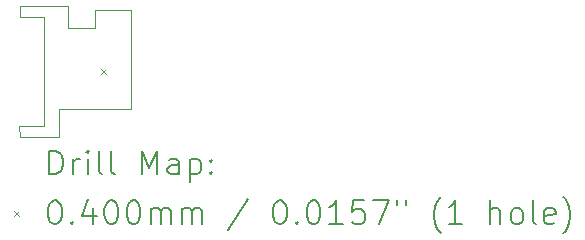
<source format=gbr>
%TF.GenerationSoftware,KiCad,Pcbnew,(6.0.8)*%
%TF.CreationDate,2022-11-07T05:49:55-05:00*%
%TF.ProjectId,2-input-or-gate,322d696e-7075-4742-9d6f-722d67617465,rev?*%
%TF.SameCoordinates,Original*%
%TF.FileFunction,Drillmap*%
%TF.FilePolarity,Positive*%
%FSLAX45Y45*%
G04 Gerber Fmt 4.5, Leading zero omitted, Abs format (unit mm)*
G04 Created by KiCad (PCBNEW (6.0.8)) date 2022-11-07 05:49:55*
%MOMM*%
%LPD*%
G01*
G04 APERTURE LIST*
%ADD10C,0.100000*%
%ADD11C,0.200000*%
%ADD12C,0.040000*%
G04 APERTURE END LIST*
D10*
X14552000Y-10246000D02*
X14220300Y-10245000D01*
X14859000Y-9321800D02*
X14859000Y-9169400D01*
X15163800Y-9169400D02*
X15163800Y-10007600D01*
X14630400Y-9321800D02*
X14859000Y-9321800D01*
X14630400Y-9139000D02*
X14630400Y-9321800D01*
X15163800Y-10007600D02*
X14554200Y-10007600D01*
X14220000Y-9138000D02*
X14630400Y-9139000D01*
X14554200Y-10007600D02*
X14555000Y-10242000D01*
X14430000Y-10150000D02*
X14430000Y-9230000D01*
X14430000Y-9230000D02*
X14220000Y-9230000D01*
X14219700Y-10150000D02*
X14430000Y-10150000D01*
X14859000Y-9169400D02*
X15163800Y-9169400D01*
X14220300Y-10245000D02*
X14219700Y-10150000D01*
X14220000Y-9230000D02*
X14220000Y-9140000D01*
D11*
D12*
X14910000Y-9670000D02*
X14950000Y-9710000D01*
X14950000Y-9670000D02*
X14910000Y-9710000D01*
D11*
X14472319Y-10561476D02*
X14472319Y-10361476D01*
X14519938Y-10361476D01*
X14548509Y-10371000D01*
X14567557Y-10390048D01*
X14577081Y-10409095D01*
X14586605Y-10447190D01*
X14586605Y-10475762D01*
X14577081Y-10513857D01*
X14567557Y-10532905D01*
X14548509Y-10551952D01*
X14519938Y-10561476D01*
X14472319Y-10561476D01*
X14672319Y-10561476D02*
X14672319Y-10428143D01*
X14672319Y-10466238D02*
X14681843Y-10447190D01*
X14691367Y-10437667D01*
X14710414Y-10428143D01*
X14729462Y-10428143D01*
X14796128Y-10561476D02*
X14796128Y-10428143D01*
X14796128Y-10361476D02*
X14786605Y-10371000D01*
X14796128Y-10380524D01*
X14805652Y-10371000D01*
X14796128Y-10361476D01*
X14796128Y-10380524D01*
X14919938Y-10561476D02*
X14900890Y-10551952D01*
X14891367Y-10532905D01*
X14891367Y-10361476D01*
X15024700Y-10561476D02*
X15005652Y-10551952D01*
X14996128Y-10532905D01*
X14996128Y-10361476D01*
X15253271Y-10561476D02*
X15253271Y-10361476D01*
X15319938Y-10504333D01*
X15386605Y-10361476D01*
X15386605Y-10561476D01*
X15567557Y-10561476D02*
X15567557Y-10456714D01*
X15558033Y-10437667D01*
X15538986Y-10428143D01*
X15500890Y-10428143D01*
X15481843Y-10437667D01*
X15567557Y-10551952D02*
X15548509Y-10561476D01*
X15500890Y-10561476D01*
X15481843Y-10551952D01*
X15472319Y-10532905D01*
X15472319Y-10513857D01*
X15481843Y-10494810D01*
X15500890Y-10485286D01*
X15548509Y-10485286D01*
X15567557Y-10475762D01*
X15662795Y-10428143D02*
X15662795Y-10628143D01*
X15662795Y-10437667D02*
X15681843Y-10428143D01*
X15719938Y-10428143D01*
X15738986Y-10437667D01*
X15748509Y-10447190D01*
X15758033Y-10466238D01*
X15758033Y-10523381D01*
X15748509Y-10542429D01*
X15738986Y-10551952D01*
X15719938Y-10561476D01*
X15681843Y-10561476D01*
X15662795Y-10551952D01*
X15843748Y-10542429D02*
X15853271Y-10551952D01*
X15843748Y-10561476D01*
X15834224Y-10551952D01*
X15843748Y-10542429D01*
X15843748Y-10561476D01*
X15843748Y-10437667D02*
X15853271Y-10447190D01*
X15843748Y-10456714D01*
X15834224Y-10447190D01*
X15843748Y-10437667D01*
X15843748Y-10456714D01*
D12*
X14174700Y-10871000D02*
X14214700Y-10911000D01*
X14214700Y-10871000D02*
X14174700Y-10911000D01*
D11*
X14510414Y-10781476D02*
X14529462Y-10781476D01*
X14548509Y-10791000D01*
X14558033Y-10800524D01*
X14567557Y-10819571D01*
X14577081Y-10857667D01*
X14577081Y-10905286D01*
X14567557Y-10943381D01*
X14558033Y-10962429D01*
X14548509Y-10971952D01*
X14529462Y-10981476D01*
X14510414Y-10981476D01*
X14491367Y-10971952D01*
X14481843Y-10962429D01*
X14472319Y-10943381D01*
X14462795Y-10905286D01*
X14462795Y-10857667D01*
X14472319Y-10819571D01*
X14481843Y-10800524D01*
X14491367Y-10791000D01*
X14510414Y-10781476D01*
X14662795Y-10962429D02*
X14672319Y-10971952D01*
X14662795Y-10981476D01*
X14653271Y-10971952D01*
X14662795Y-10962429D01*
X14662795Y-10981476D01*
X14843748Y-10848143D02*
X14843748Y-10981476D01*
X14796128Y-10771952D02*
X14748509Y-10914810D01*
X14872319Y-10914810D01*
X14986605Y-10781476D02*
X15005652Y-10781476D01*
X15024700Y-10791000D01*
X15034224Y-10800524D01*
X15043748Y-10819571D01*
X15053271Y-10857667D01*
X15053271Y-10905286D01*
X15043748Y-10943381D01*
X15034224Y-10962429D01*
X15024700Y-10971952D01*
X15005652Y-10981476D01*
X14986605Y-10981476D01*
X14967557Y-10971952D01*
X14958033Y-10962429D01*
X14948509Y-10943381D01*
X14938986Y-10905286D01*
X14938986Y-10857667D01*
X14948509Y-10819571D01*
X14958033Y-10800524D01*
X14967557Y-10791000D01*
X14986605Y-10781476D01*
X15177081Y-10781476D02*
X15196128Y-10781476D01*
X15215176Y-10791000D01*
X15224700Y-10800524D01*
X15234224Y-10819571D01*
X15243748Y-10857667D01*
X15243748Y-10905286D01*
X15234224Y-10943381D01*
X15224700Y-10962429D01*
X15215176Y-10971952D01*
X15196128Y-10981476D01*
X15177081Y-10981476D01*
X15158033Y-10971952D01*
X15148509Y-10962429D01*
X15138986Y-10943381D01*
X15129462Y-10905286D01*
X15129462Y-10857667D01*
X15138986Y-10819571D01*
X15148509Y-10800524D01*
X15158033Y-10791000D01*
X15177081Y-10781476D01*
X15329462Y-10981476D02*
X15329462Y-10848143D01*
X15329462Y-10867190D02*
X15338986Y-10857667D01*
X15358033Y-10848143D01*
X15386605Y-10848143D01*
X15405652Y-10857667D01*
X15415176Y-10876714D01*
X15415176Y-10981476D01*
X15415176Y-10876714D02*
X15424700Y-10857667D01*
X15443748Y-10848143D01*
X15472319Y-10848143D01*
X15491367Y-10857667D01*
X15500890Y-10876714D01*
X15500890Y-10981476D01*
X15596128Y-10981476D02*
X15596128Y-10848143D01*
X15596128Y-10867190D02*
X15605652Y-10857667D01*
X15624700Y-10848143D01*
X15653271Y-10848143D01*
X15672319Y-10857667D01*
X15681843Y-10876714D01*
X15681843Y-10981476D01*
X15681843Y-10876714D02*
X15691367Y-10857667D01*
X15710414Y-10848143D01*
X15738986Y-10848143D01*
X15758033Y-10857667D01*
X15767557Y-10876714D01*
X15767557Y-10981476D01*
X16158033Y-10771952D02*
X15986605Y-11029095D01*
X16415176Y-10781476D02*
X16434224Y-10781476D01*
X16453271Y-10791000D01*
X16462795Y-10800524D01*
X16472319Y-10819571D01*
X16481843Y-10857667D01*
X16481843Y-10905286D01*
X16472319Y-10943381D01*
X16462795Y-10962429D01*
X16453271Y-10971952D01*
X16434224Y-10981476D01*
X16415176Y-10981476D01*
X16396128Y-10971952D01*
X16386605Y-10962429D01*
X16377081Y-10943381D01*
X16367557Y-10905286D01*
X16367557Y-10857667D01*
X16377081Y-10819571D01*
X16386605Y-10800524D01*
X16396128Y-10791000D01*
X16415176Y-10781476D01*
X16567557Y-10962429D02*
X16577081Y-10971952D01*
X16567557Y-10981476D01*
X16558033Y-10971952D01*
X16567557Y-10962429D01*
X16567557Y-10981476D01*
X16700890Y-10781476D02*
X16719938Y-10781476D01*
X16738986Y-10791000D01*
X16748509Y-10800524D01*
X16758033Y-10819571D01*
X16767557Y-10857667D01*
X16767557Y-10905286D01*
X16758033Y-10943381D01*
X16748509Y-10962429D01*
X16738986Y-10971952D01*
X16719938Y-10981476D01*
X16700890Y-10981476D01*
X16681843Y-10971952D01*
X16672319Y-10962429D01*
X16662795Y-10943381D01*
X16653271Y-10905286D01*
X16653271Y-10857667D01*
X16662795Y-10819571D01*
X16672319Y-10800524D01*
X16681843Y-10791000D01*
X16700890Y-10781476D01*
X16958033Y-10981476D02*
X16843748Y-10981476D01*
X16900890Y-10981476D02*
X16900890Y-10781476D01*
X16881843Y-10810048D01*
X16862795Y-10829095D01*
X16843748Y-10838619D01*
X17138986Y-10781476D02*
X17043748Y-10781476D01*
X17034224Y-10876714D01*
X17043748Y-10867190D01*
X17062795Y-10857667D01*
X17110414Y-10857667D01*
X17129462Y-10867190D01*
X17138986Y-10876714D01*
X17148510Y-10895762D01*
X17148510Y-10943381D01*
X17138986Y-10962429D01*
X17129462Y-10971952D01*
X17110414Y-10981476D01*
X17062795Y-10981476D01*
X17043748Y-10971952D01*
X17034224Y-10962429D01*
X17215176Y-10781476D02*
X17348510Y-10781476D01*
X17262795Y-10981476D01*
X17415176Y-10781476D02*
X17415176Y-10819571D01*
X17491367Y-10781476D02*
X17491367Y-10819571D01*
X17786605Y-11057667D02*
X17777081Y-11048143D01*
X17758033Y-11019571D01*
X17748510Y-11000524D01*
X17738986Y-10971952D01*
X17729462Y-10924333D01*
X17729462Y-10886238D01*
X17738986Y-10838619D01*
X17748510Y-10810048D01*
X17758033Y-10791000D01*
X17777081Y-10762429D01*
X17786605Y-10752905D01*
X17967557Y-10981476D02*
X17853271Y-10981476D01*
X17910414Y-10981476D02*
X17910414Y-10781476D01*
X17891367Y-10810048D01*
X17872319Y-10829095D01*
X17853271Y-10838619D01*
X18205652Y-10981476D02*
X18205652Y-10781476D01*
X18291367Y-10981476D02*
X18291367Y-10876714D01*
X18281843Y-10857667D01*
X18262795Y-10848143D01*
X18234224Y-10848143D01*
X18215176Y-10857667D01*
X18205652Y-10867190D01*
X18415176Y-10981476D02*
X18396129Y-10971952D01*
X18386605Y-10962429D01*
X18377081Y-10943381D01*
X18377081Y-10886238D01*
X18386605Y-10867190D01*
X18396129Y-10857667D01*
X18415176Y-10848143D01*
X18443748Y-10848143D01*
X18462795Y-10857667D01*
X18472319Y-10867190D01*
X18481843Y-10886238D01*
X18481843Y-10943381D01*
X18472319Y-10962429D01*
X18462795Y-10971952D01*
X18443748Y-10981476D01*
X18415176Y-10981476D01*
X18596129Y-10981476D02*
X18577081Y-10971952D01*
X18567557Y-10952905D01*
X18567557Y-10781476D01*
X18748510Y-10971952D02*
X18729462Y-10981476D01*
X18691367Y-10981476D01*
X18672319Y-10971952D01*
X18662795Y-10952905D01*
X18662795Y-10876714D01*
X18672319Y-10857667D01*
X18691367Y-10848143D01*
X18729462Y-10848143D01*
X18748510Y-10857667D01*
X18758033Y-10876714D01*
X18758033Y-10895762D01*
X18662795Y-10914810D01*
X18824700Y-11057667D02*
X18834224Y-11048143D01*
X18853271Y-11019571D01*
X18862795Y-11000524D01*
X18872319Y-10971952D01*
X18881843Y-10924333D01*
X18881843Y-10886238D01*
X18872319Y-10838619D01*
X18862795Y-10810048D01*
X18853271Y-10791000D01*
X18834224Y-10762429D01*
X18824700Y-10752905D01*
M02*

</source>
